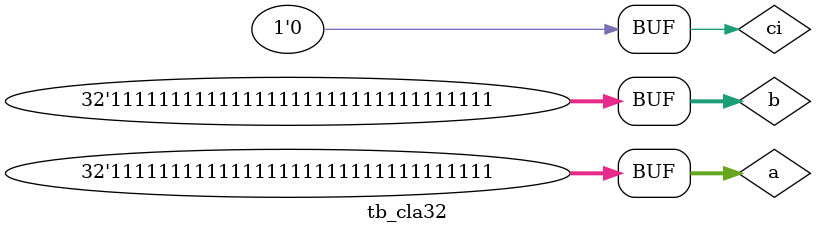
<source format=v>
`timescale 1ns/100ps

module tb_cla32;

	reg [31:0] a, b; // Declare 4-bit registers 'a' and 'b'
	reg ci; // Declare a 1-bit register 'ci'
	wire [31:0] s; // Declare an output signal 's'
	wire co; // Declare an output signal 'co'
	
	cla32 tb(.s(s), .co(co), .a(a), .b(b), .ci(ci)); // Instantiate module cla32 and connect the input and output signals
	
	initial 
	begin
		#0 a = 32'h0000_0000; b = 32'h0000_0000; ci = 0;// expected value : s = 32'h0000_0000
		#5 a = 32'h0000_0000; b = 32'hffff_0000; // expected value : s = 32'hffff_0000
		#5 a = 32'hffff_0000; b = 32'h0000_0000; // expected value : s = 32'hffff_0000 
		#5 a = 32'h0000_ffff; b = 32'hffff_0000; // expected value : s = 32'hffff_ffff
		#5 a = 32'h1234_ffff; b = 32'h0001_0001; // expected value : s = 32'h1236_0000
		
		#5 a = 32'h0000_0000; b = 32'hffff_ffff; // expected value : s = 32'hffff_ffff
		#5 a = 32'hffff_ffff; b = 32'h0000_0001; // expected value : s = 32'h0000_0000 // overflow
		#5 a = 32'h0000_0001; b = 32'hffff_ffff; // expected value : s = 32'h0000_0000 // overflow
		
		#5 a = 32'h1234_1234; b = 32'h4321_4321; // expected value : s = 32'h5555_5555
		#5 a = 32'h9876_9876; b = 32'h1234_1234; // expected value : s = 32'haaaa_aaaa
		
		#5 a = 32'habca_bbbb; b = 32'h1234_3321; // expected value : s = 32'hbdfe_eedc
		
		#5 a = 32'hffff_ffff; b = 32'hffff_ffff; // expected value : s = 32'hffff_fffe // overflow
		#5;
	end
	
	
endmodule

</source>
